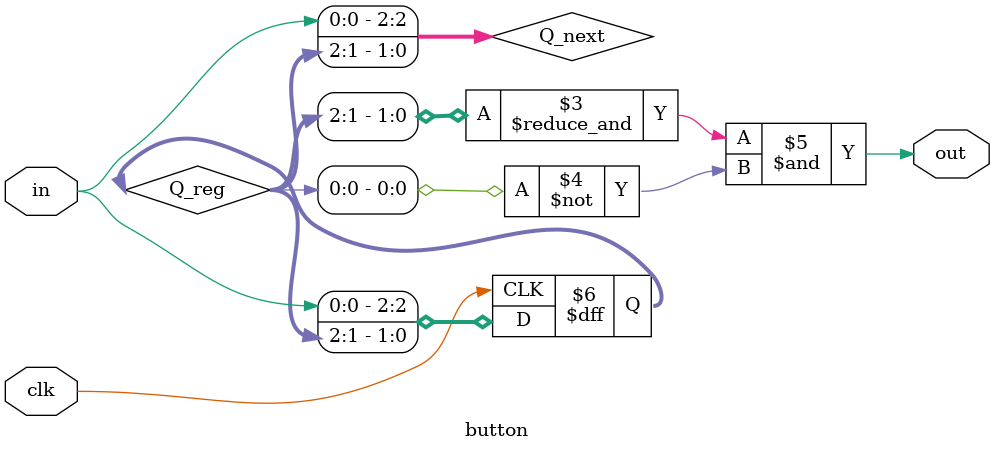
<source format=v>
`timescale 1ns / 1ps


module button(
    input clk,
    input in,
    output out
    );
    
    localparam N = 3;
    
    reg [N - 1:0] Q_reg, Q_next;
    
    always @(posedge clk)
    begin
        Q_reg <= Q_next;
    end
    
    // Next state logic
    always @(Q_reg, in)
    begin
        // Right shift
        Q_next = {in, Q_reg[N - 1:1]};
    end
    
    // Output logic
    assign out = (&Q_reg[N - 1:1]) & ~Q_reg[0];
endmodule

</source>
